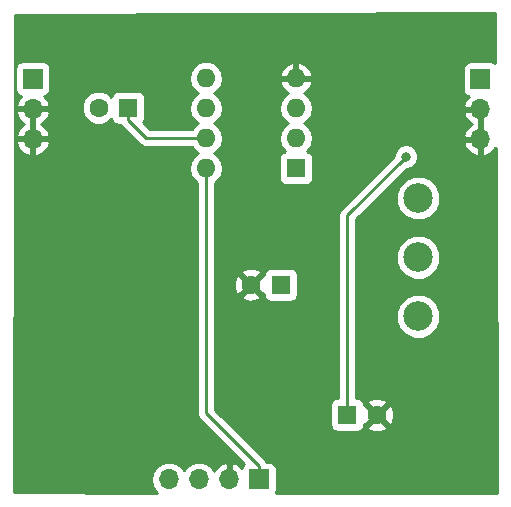
<source format=gbr>
G04 #@! TF.GenerationSoftware,KiCad,Pcbnew,(5.0.1-3-g963ef8bb5)*
G04 #@! TF.CreationDate,2018-12-13T09:38:25+09:00*
G04 #@! TF.ProjectId,guitarif,67756974617269662E6B696361645F70,rev?*
G04 #@! TF.SameCoordinates,Original*
G04 #@! TF.FileFunction,Copper,L2,Bot,Signal*
G04 #@! TF.FilePolarity,Positive*
%FSLAX46Y46*%
G04 Gerber Fmt 4.6, Leading zero omitted, Abs format (unit mm)*
G04 Created by KiCad (PCBNEW (5.0.1-3-g963ef8bb5)) date 2018 December 13, Thursday 09:38:25*
%MOMM*%
%LPD*%
G01*
G04 APERTURE LIST*
G04 #@! TA.AperFunction,ComponentPad*
%ADD10C,1.600000*%
G04 #@! TD*
G04 #@! TA.AperFunction,ComponentPad*
%ADD11R,1.600000X1.600000*%
G04 #@! TD*
G04 #@! TA.AperFunction,ComponentPad*
%ADD12O,1.700000X1.700000*%
G04 #@! TD*
G04 #@! TA.AperFunction,ComponentPad*
%ADD13R,1.700000X1.700000*%
G04 #@! TD*
G04 #@! TA.AperFunction,ComponentPad*
%ADD14C,2.500000*%
G04 #@! TD*
G04 #@! TA.AperFunction,ComponentPad*
%ADD15O,1.600000X1.600000*%
G04 #@! TD*
G04 #@! TA.AperFunction,ViaPad*
%ADD16C,0.800000*%
G04 #@! TD*
G04 #@! TA.AperFunction,Conductor*
%ADD17C,0.250000*%
G04 #@! TD*
G04 #@! TA.AperFunction,Conductor*
%ADD18C,0.254000*%
G04 #@! TD*
G04 APERTURE END LIST*
D10*
G04 #@! TO.P,C3,2*
G04 #@! TO.N,/GND*
X185840000Y-77900000D03*
D11*
G04 #@! TO.P,C3,1*
G04 #@! TO.N,Net-(C3-Pad1)*
X188340000Y-77900000D03*
G04 #@! TD*
G04 #@! TO.P,C7,1*
G04 #@! TO.N,Net-(C5-Pad2)*
X175420000Y-62920000D03*
D10*
G04 #@! TO.P,C7,2*
G04 #@! TO.N,Net-(C7-Pad2)*
X172920000Y-62920000D03*
G04 #@! TD*
G04 #@! TO.P,C11,2*
G04 #@! TO.N,/GND*
X196470000Y-88920000D03*
D11*
G04 #@! TO.P,C11,1*
G04 #@! TO.N,/1V7*
X193970000Y-88920000D03*
G04 #@! TD*
D12*
G04 #@! TO.P,J1,3*
G04 #@! TO.N,/GND*
X205250000Y-65580000D03*
G04 #@! TO.P,J1,2*
X205250000Y-63040000D03*
D13*
G04 #@! TO.P,J1,1*
G04 #@! TO.N,Net-(C2-Pad2)*
X205250000Y-60500000D03*
G04 #@! TD*
G04 #@! TO.P,J2,1*
G04 #@! TO.N,Net-(C7-Pad2)*
X167340000Y-60480000D03*
D12*
G04 #@! TO.P,J2,2*
G04 #@! TO.N,/GND*
X167340000Y-63020000D03*
G04 #@! TO.P,J2,3*
X167340000Y-65560000D03*
G04 #@! TD*
G04 #@! TO.P,J3,4*
G04 #@! TO.N,/DAC_OUT*
X178880000Y-94390000D03*
G04 #@! TO.P,J3,3*
G04 #@! TO.N,/ADC_IN*
X181420000Y-94390000D03*
G04 #@! TO.P,J3,2*
G04 #@! TO.N,/GND*
X183960000Y-94390000D03*
D13*
G04 #@! TO.P,J3,1*
G04 #@! TO.N,/3V3*
X186500000Y-94390000D03*
G04 #@! TD*
D14*
G04 #@! TO.P,RV1,1*
G04 #@! TO.N,Net-(C8-Pad2)*
X199980000Y-70580000D03*
G04 #@! TO.P,RV1,3*
G04 #@! TO.N,Net-(R6-Pad1)*
X199980000Y-80580000D03*
G04 #@! TO.P,RV1,2*
G04 #@! TO.N,Net-(C8-Pad2)*
X199980000Y-75580000D03*
G04 #@! TD*
D15*
G04 #@! TO.P,U1,8*
G04 #@! TO.N,/3V3*
X182010000Y-68040000D03*
G04 #@! TO.P,U1,4*
G04 #@! TO.N,/GND*
X189630000Y-60420000D03*
G04 #@! TO.P,U1,7*
G04 #@! TO.N,Net-(C5-Pad2)*
X182010000Y-65500000D03*
G04 #@! TO.P,U1,3*
G04 #@! TO.N,Net-(C6-Pad2)*
X189630000Y-62960000D03*
G04 #@! TO.P,U1,6*
G04 #@! TO.N,Net-(C5-Pad2)*
X182010000Y-62960000D03*
G04 #@! TO.P,U1,2*
G04 #@! TO.N,Net-(C8-Pad2)*
X189630000Y-65500000D03*
G04 #@! TO.P,U1,5*
G04 #@! TO.N,Net-(C4-Pad2)*
X182010000Y-60420000D03*
D11*
G04 #@! TO.P,U1,1*
G04 #@! TO.N,Net-(C8-Pad1)*
X189630000Y-68040000D03*
G04 #@! TD*
D16*
G04 #@! TO.N,/1V7*
X198950000Y-67060000D03*
G04 #@! TD*
D17*
G04 #@! TO.N,Net-(C5-Pad2)*
X175420000Y-63970000D02*
X175420000Y-62920000D01*
X176950000Y-65500000D02*
X175420000Y-63970000D01*
X182010000Y-65500000D02*
X176950000Y-65500000D01*
G04 #@! TO.N,/3V3*
X182010000Y-69171370D02*
X182010000Y-68040000D01*
X182010000Y-88800000D02*
X182010000Y-69171370D01*
X186500000Y-93290000D02*
X182010000Y-88800000D01*
X186500000Y-94390000D02*
X186500000Y-93290000D01*
G04 #@! TO.N,/1V7*
X193970000Y-72040000D02*
X193970000Y-88920000D01*
X198950000Y-67060000D02*
X193970000Y-72040000D01*
G04 #@! TD*
D18*
G04 #@! TO.N,/GND*
G36*
X206494269Y-59149735D02*
X206347765Y-59051843D01*
X206100000Y-59002560D01*
X204400000Y-59002560D01*
X204152235Y-59051843D01*
X203942191Y-59192191D01*
X203801843Y-59402235D01*
X203752560Y-59650000D01*
X203752560Y-61350000D01*
X203801843Y-61597765D01*
X203942191Y-61807809D01*
X204152235Y-61948157D01*
X204255708Y-61968739D01*
X203978355Y-62273076D01*
X203808524Y-62683110D01*
X203929845Y-62913000D01*
X205123000Y-62913000D01*
X205123000Y-62893000D01*
X205377000Y-62893000D01*
X205377000Y-62913000D01*
X205397000Y-62913000D01*
X205397000Y-63167000D01*
X205377000Y-63167000D01*
X205377000Y-65453000D01*
X205397000Y-65453000D01*
X205397000Y-65707000D01*
X205377000Y-65707000D01*
X205377000Y-66900819D01*
X205606892Y-67021486D01*
X206131358Y-66775183D01*
X206521645Y-66346924D01*
X206529372Y-66328268D01*
X206672376Y-95572689D01*
X187921822Y-95527178D01*
X187948157Y-95487765D01*
X187997440Y-95240000D01*
X187997440Y-93540000D01*
X187948157Y-93292235D01*
X187807809Y-93082191D01*
X187597765Y-92941843D01*
X187350000Y-92892560D01*
X187148483Y-92892560D01*
X187047929Y-92742071D01*
X186984473Y-92699671D01*
X182770000Y-88485199D01*
X182770000Y-88120000D01*
X192522560Y-88120000D01*
X192522560Y-89720000D01*
X192571843Y-89967765D01*
X192712191Y-90177809D01*
X192922235Y-90318157D01*
X193170000Y-90367440D01*
X194770000Y-90367440D01*
X195017765Y-90318157D01*
X195227809Y-90177809D01*
X195368157Y-89967765D01*
X195376117Y-89927745D01*
X195641861Y-89927745D01*
X195715995Y-90173864D01*
X196253223Y-90366965D01*
X196823454Y-90339778D01*
X197224005Y-90173864D01*
X197298139Y-89927745D01*
X196470000Y-89099605D01*
X195641861Y-89927745D01*
X195376117Y-89927745D01*
X195414693Y-89733813D01*
X195462255Y-89748139D01*
X196290395Y-88920000D01*
X196649605Y-88920000D01*
X197477745Y-89748139D01*
X197723864Y-89674005D01*
X197916965Y-89136777D01*
X197889778Y-88566546D01*
X197723864Y-88165995D01*
X197477745Y-88091861D01*
X196649605Y-88920000D01*
X196290395Y-88920000D01*
X195462255Y-88091861D01*
X195414693Y-88106187D01*
X195376118Y-87912255D01*
X195641861Y-87912255D01*
X196470000Y-88740395D01*
X197298139Y-87912255D01*
X197224005Y-87666136D01*
X196686777Y-87473035D01*
X196116546Y-87500222D01*
X195715995Y-87666136D01*
X195641861Y-87912255D01*
X195376118Y-87912255D01*
X195368157Y-87872235D01*
X195227809Y-87662191D01*
X195017765Y-87521843D01*
X194770000Y-87472560D01*
X194730000Y-87472560D01*
X194730000Y-80205050D01*
X198095000Y-80205050D01*
X198095000Y-80954950D01*
X198381974Y-81647767D01*
X198912233Y-82178026D01*
X199605050Y-82465000D01*
X200354950Y-82465000D01*
X201047767Y-82178026D01*
X201578026Y-81647767D01*
X201865000Y-80954950D01*
X201865000Y-80205050D01*
X201578026Y-79512233D01*
X201047767Y-78981974D01*
X200354950Y-78695000D01*
X199605050Y-78695000D01*
X198912233Y-78981974D01*
X198381974Y-79512233D01*
X198095000Y-80205050D01*
X194730000Y-80205050D01*
X194730000Y-75205050D01*
X198095000Y-75205050D01*
X198095000Y-75954950D01*
X198381974Y-76647767D01*
X198912233Y-77178026D01*
X199605050Y-77465000D01*
X200354950Y-77465000D01*
X201047767Y-77178026D01*
X201578026Y-76647767D01*
X201865000Y-75954950D01*
X201865000Y-75205050D01*
X201578026Y-74512233D01*
X201047767Y-73981974D01*
X200354950Y-73695000D01*
X199605050Y-73695000D01*
X198912233Y-73981974D01*
X198381974Y-74512233D01*
X198095000Y-75205050D01*
X194730000Y-75205050D01*
X194730000Y-72354801D01*
X196879751Y-70205050D01*
X198095000Y-70205050D01*
X198095000Y-70954950D01*
X198381974Y-71647767D01*
X198912233Y-72178026D01*
X199605050Y-72465000D01*
X200354950Y-72465000D01*
X201047767Y-72178026D01*
X201578026Y-71647767D01*
X201865000Y-70954950D01*
X201865000Y-70205050D01*
X201578026Y-69512233D01*
X201047767Y-68981974D01*
X200354950Y-68695000D01*
X199605050Y-68695000D01*
X198912233Y-68981974D01*
X198381974Y-69512233D01*
X198095000Y-70205050D01*
X196879751Y-70205050D01*
X198989802Y-68095000D01*
X199155874Y-68095000D01*
X199536280Y-67937431D01*
X199827431Y-67646280D01*
X199985000Y-67265874D01*
X199985000Y-66854126D01*
X199827431Y-66473720D01*
X199536280Y-66182569D01*
X199155874Y-66025000D01*
X198744126Y-66025000D01*
X198363720Y-66182569D01*
X198072569Y-66473720D01*
X197915000Y-66854126D01*
X197915000Y-67020198D01*
X193485530Y-71449669D01*
X193422071Y-71492071D01*
X193254096Y-71743464D01*
X193210000Y-71965149D01*
X193210000Y-71965153D01*
X193195112Y-72040000D01*
X193210000Y-72114847D01*
X193210001Y-87472560D01*
X193170000Y-87472560D01*
X192922235Y-87521843D01*
X192712191Y-87662191D01*
X192571843Y-87872235D01*
X192522560Y-88120000D01*
X182770000Y-88120000D01*
X182770000Y-78907745D01*
X185011861Y-78907745D01*
X185085995Y-79153864D01*
X185623223Y-79346965D01*
X186193454Y-79319778D01*
X186594005Y-79153864D01*
X186668139Y-78907745D01*
X185840000Y-78079605D01*
X185011861Y-78907745D01*
X182770000Y-78907745D01*
X182770000Y-77683223D01*
X184393035Y-77683223D01*
X184420222Y-78253454D01*
X184586136Y-78654005D01*
X184832255Y-78728139D01*
X185660395Y-77900000D01*
X186019605Y-77900000D01*
X186847745Y-78728139D01*
X186895307Y-78713813D01*
X186941843Y-78947765D01*
X187082191Y-79157809D01*
X187292235Y-79298157D01*
X187540000Y-79347440D01*
X189140000Y-79347440D01*
X189387765Y-79298157D01*
X189597809Y-79157809D01*
X189738157Y-78947765D01*
X189787440Y-78700000D01*
X189787440Y-77100000D01*
X189738157Y-76852235D01*
X189597809Y-76642191D01*
X189387765Y-76501843D01*
X189140000Y-76452560D01*
X187540000Y-76452560D01*
X187292235Y-76501843D01*
X187082191Y-76642191D01*
X186941843Y-76852235D01*
X186895307Y-77086187D01*
X186847745Y-77071861D01*
X186019605Y-77900000D01*
X185660395Y-77900000D01*
X184832255Y-77071861D01*
X184586136Y-77145995D01*
X184393035Y-77683223D01*
X182770000Y-77683223D01*
X182770000Y-76892255D01*
X185011861Y-76892255D01*
X185840000Y-77720395D01*
X186668139Y-76892255D01*
X186594005Y-76646136D01*
X186056777Y-76453035D01*
X185486546Y-76480222D01*
X185085995Y-76646136D01*
X185011861Y-76892255D01*
X182770000Y-76892255D01*
X182770000Y-69258043D01*
X183044577Y-69074577D01*
X183361740Y-68599909D01*
X183473113Y-68040000D01*
X183361740Y-67480091D01*
X183044577Y-67005423D01*
X182692242Y-66770000D01*
X183044577Y-66534577D01*
X183361740Y-66059909D01*
X183473113Y-65500000D01*
X183361740Y-64940091D01*
X183044577Y-64465423D01*
X182692242Y-64230000D01*
X183044577Y-63994577D01*
X183361740Y-63519909D01*
X183473113Y-62960000D01*
X188166887Y-62960000D01*
X188278260Y-63519909D01*
X188595423Y-63994577D01*
X188947758Y-64230000D01*
X188595423Y-64465423D01*
X188278260Y-64940091D01*
X188166887Y-65500000D01*
X188278260Y-66059909D01*
X188595423Y-66534577D01*
X188716106Y-66615215D01*
X188582235Y-66641843D01*
X188372191Y-66782191D01*
X188231843Y-66992235D01*
X188182560Y-67240000D01*
X188182560Y-68840000D01*
X188231843Y-69087765D01*
X188372191Y-69297809D01*
X188582235Y-69438157D01*
X188830000Y-69487440D01*
X190430000Y-69487440D01*
X190677765Y-69438157D01*
X190887809Y-69297809D01*
X191028157Y-69087765D01*
X191077440Y-68840000D01*
X191077440Y-67240000D01*
X191028157Y-66992235D01*
X190887809Y-66782191D01*
X190677765Y-66641843D01*
X190543894Y-66615215D01*
X190664577Y-66534577D01*
X190981740Y-66059909D01*
X191006210Y-65936890D01*
X203808524Y-65936890D01*
X203978355Y-66346924D01*
X204368642Y-66775183D01*
X204893108Y-67021486D01*
X205123000Y-66900819D01*
X205123000Y-65707000D01*
X203929845Y-65707000D01*
X203808524Y-65936890D01*
X191006210Y-65936890D01*
X191093113Y-65500000D01*
X190981740Y-64940091D01*
X190664577Y-64465423D01*
X190312242Y-64230000D01*
X190664577Y-63994577D01*
X190981740Y-63519909D01*
X191006210Y-63396890D01*
X203808524Y-63396890D01*
X203978355Y-63806924D01*
X204368642Y-64235183D01*
X204527954Y-64310000D01*
X204368642Y-64384817D01*
X203978355Y-64813076D01*
X203808524Y-65223110D01*
X203929845Y-65453000D01*
X205123000Y-65453000D01*
X205123000Y-63167000D01*
X203929845Y-63167000D01*
X203808524Y-63396890D01*
X191006210Y-63396890D01*
X191093113Y-62960000D01*
X190981740Y-62400091D01*
X190664577Y-61925423D01*
X190280892Y-61669053D01*
X190485134Y-61572389D01*
X190861041Y-61157423D01*
X191021904Y-60769039D01*
X190899915Y-60547000D01*
X189757000Y-60547000D01*
X189757000Y-60567000D01*
X189503000Y-60567000D01*
X189503000Y-60547000D01*
X188360085Y-60547000D01*
X188238096Y-60769039D01*
X188398959Y-61157423D01*
X188774866Y-61572389D01*
X188979108Y-61669053D01*
X188595423Y-61925423D01*
X188278260Y-62400091D01*
X188166887Y-62960000D01*
X183473113Y-62960000D01*
X183361740Y-62400091D01*
X183044577Y-61925423D01*
X182692242Y-61690000D01*
X183044577Y-61454577D01*
X183361740Y-60979909D01*
X183473113Y-60420000D01*
X183403685Y-60070961D01*
X188238096Y-60070961D01*
X188360085Y-60293000D01*
X189503000Y-60293000D01*
X189503000Y-59149371D01*
X189757000Y-59149371D01*
X189757000Y-60293000D01*
X190899915Y-60293000D01*
X191021904Y-60070961D01*
X190861041Y-59682577D01*
X190485134Y-59267611D01*
X189979041Y-59028086D01*
X189757000Y-59149371D01*
X189503000Y-59149371D01*
X189280959Y-59028086D01*
X188774866Y-59267611D01*
X188398959Y-59682577D01*
X188238096Y-60070961D01*
X183403685Y-60070961D01*
X183361740Y-59860091D01*
X183044577Y-59385423D01*
X182569909Y-59068260D01*
X182151333Y-58985000D01*
X181868667Y-58985000D01*
X181450091Y-59068260D01*
X180975423Y-59385423D01*
X180658260Y-59860091D01*
X180546887Y-60420000D01*
X180658260Y-60979909D01*
X180975423Y-61454577D01*
X181327758Y-61690000D01*
X180975423Y-61925423D01*
X180658260Y-62400091D01*
X180546887Y-62960000D01*
X180658260Y-63519909D01*
X180975423Y-63994577D01*
X181327758Y-64230000D01*
X180975423Y-64465423D01*
X180791957Y-64740000D01*
X177264802Y-64740000D01*
X176687743Y-64162942D01*
X176818157Y-63967765D01*
X176867440Y-63720000D01*
X176867440Y-62120000D01*
X176818157Y-61872235D01*
X176677809Y-61662191D01*
X176467765Y-61521843D01*
X176220000Y-61472560D01*
X174620000Y-61472560D01*
X174372235Y-61521843D01*
X174162191Y-61662191D01*
X174021843Y-61872235D01*
X174001899Y-61972503D01*
X173732862Y-61703466D01*
X173205439Y-61485000D01*
X172634561Y-61485000D01*
X172107138Y-61703466D01*
X171703466Y-62107138D01*
X171485000Y-62634561D01*
X171485000Y-63205439D01*
X171703466Y-63732862D01*
X172107138Y-64136534D01*
X172634561Y-64355000D01*
X173205439Y-64355000D01*
X173732862Y-64136534D01*
X174001899Y-63867497D01*
X174021843Y-63967765D01*
X174162191Y-64177809D01*
X174372235Y-64318157D01*
X174620000Y-64367440D01*
X174771518Y-64367440D01*
X174872071Y-64517929D01*
X174935530Y-64560331D01*
X176359671Y-65984473D01*
X176402071Y-66047929D01*
X176465527Y-66090329D01*
X176653462Y-66215904D01*
X176701605Y-66225480D01*
X176875148Y-66260000D01*
X176875152Y-66260000D01*
X176950000Y-66274888D01*
X177024848Y-66260000D01*
X180791957Y-66260000D01*
X180975423Y-66534577D01*
X181327758Y-66770000D01*
X180975423Y-67005423D01*
X180658260Y-67480091D01*
X180546887Y-68040000D01*
X180658260Y-68599909D01*
X180975423Y-69074577D01*
X181250001Y-69258044D01*
X181250000Y-88725153D01*
X181235112Y-88800000D01*
X181250000Y-88874847D01*
X181250000Y-88874851D01*
X181294096Y-89096536D01*
X181462071Y-89347929D01*
X181525530Y-89390331D01*
X185207296Y-93072098D01*
X185192191Y-93082191D01*
X185051843Y-93292235D01*
X185031261Y-93395708D01*
X184726924Y-93118355D01*
X184316890Y-92948524D01*
X184087000Y-93069845D01*
X184087000Y-94263000D01*
X184107000Y-94263000D01*
X184107000Y-94517000D01*
X184087000Y-94517000D01*
X184087000Y-94537000D01*
X183833000Y-94537000D01*
X183833000Y-94517000D01*
X183813000Y-94517000D01*
X183813000Y-94263000D01*
X183833000Y-94263000D01*
X183833000Y-93069845D01*
X183603110Y-92948524D01*
X183193076Y-93118355D01*
X182764817Y-93508642D01*
X182703843Y-93638478D01*
X182490625Y-93319375D01*
X181999418Y-92991161D01*
X181566256Y-92905000D01*
X181273744Y-92905000D01*
X180840582Y-92991161D01*
X180349375Y-93319375D01*
X180150000Y-93617761D01*
X179950625Y-93319375D01*
X179459418Y-92991161D01*
X179026256Y-92905000D01*
X178733744Y-92905000D01*
X178300582Y-92991161D01*
X177809375Y-93319375D01*
X177481161Y-93810582D01*
X177365908Y-94390000D01*
X177481161Y-94969418D01*
X177809375Y-95460625D01*
X177872474Y-95502786D01*
X165727312Y-95473308D01*
X165799931Y-65916890D01*
X165898524Y-65916890D01*
X166068355Y-66326924D01*
X166458642Y-66755183D01*
X166983108Y-67001486D01*
X167213000Y-66880819D01*
X167213000Y-65687000D01*
X167467000Y-65687000D01*
X167467000Y-66880819D01*
X167696892Y-67001486D01*
X168221358Y-66755183D01*
X168611645Y-66326924D01*
X168781476Y-65916890D01*
X168660155Y-65687000D01*
X167467000Y-65687000D01*
X167213000Y-65687000D01*
X166019845Y-65687000D01*
X165898524Y-65916890D01*
X165799931Y-65916890D01*
X165806171Y-63376890D01*
X165898524Y-63376890D01*
X166068355Y-63786924D01*
X166458642Y-64215183D01*
X166617954Y-64290000D01*
X166458642Y-64364817D01*
X166068355Y-64793076D01*
X165898524Y-65203110D01*
X166019845Y-65433000D01*
X167213000Y-65433000D01*
X167213000Y-63147000D01*
X167467000Y-63147000D01*
X167467000Y-65433000D01*
X168660155Y-65433000D01*
X168781476Y-65203110D01*
X168611645Y-64793076D01*
X168221358Y-64364817D01*
X168062046Y-64290000D01*
X168221358Y-64215183D01*
X168611645Y-63786924D01*
X168781476Y-63376890D01*
X168660155Y-63147000D01*
X167467000Y-63147000D01*
X167213000Y-63147000D01*
X166019845Y-63147000D01*
X165898524Y-63376890D01*
X165806171Y-63376890D01*
X165815378Y-59630000D01*
X165842560Y-59630000D01*
X165842560Y-61330000D01*
X165891843Y-61577765D01*
X166032191Y-61787809D01*
X166242235Y-61928157D01*
X166345708Y-61948739D01*
X166068355Y-62253076D01*
X165898524Y-62663110D01*
X166019845Y-62893000D01*
X167213000Y-62893000D01*
X167213000Y-62873000D01*
X167467000Y-62873000D01*
X167467000Y-62893000D01*
X168660155Y-62893000D01*
X168781476Y-62663110D01*
X168611645Y-62253076D01*
X168334292Y-61948739D01*
X168437765Y-61928157D01*
X168647809Y-61787809D01*
X168788157Y-61577765D01*
X168837440Y-61330000D01*
X168837440Y-59630000D01*
X168788157Y-59382235D01*
X168647809Y-59172191D01*
X168437765Y-59031843D01*
X168190000Y-58982560D01*
X166490000Y-58982560D01*
X166242235Y-59031843D01*
X166032191Y-59172191D01*
X165891843Y-59382235D01*
X165842560Y-59630000D01*
X165815378Y-59630000D01*
X165826689Y-55026691D01*
X206473622Y-54927310D01*
X206494269Y-59149735D01*
X206494269Y-59149735D01*
G37*
X206494269Y-59149735D02*
X206347765Y-59051843D01*
X206100000Y-59002560D01*
X204400000Y-59002560D01*
X204152235Y-59051843D01*
X203942191Y-59192191D01*
X203801843Y-59402235D01*
X203752560Y-59650000D01*
X203752560Y-61350000D01*
X203801843Y-61597765D01*
X203942191Y-61807809D01*
X204152235Y-61948157D01*
X204255708Y-61968739D01*
X203978355Y-62273076D01*
X203808524Y-62683110D01*
X203929845Y-62913000D01*
X205123000Y-62913000D01*
X205123000Y-62893000D01*
X205377000Y-62893000D01*
X205377000Y-62913000D01*
X205397000Y-62913000D01*
X205397000Y-63167000D01*
X205377000Y-63167000D01*
X205377000Y-65453000D01*
X205397000Y-65453000D01*
X205397000Y-65707000D01*
X205377000Y-65707000D01*
X205377000Y-66900819D01*
X205606892Y-67021486D01*
X206131358Y-66775183D01*
X206521645Y-66346924D01*
X206529372Y-66328268D01*
X206672376Y-95572689D01*
X187921822Y-95527178D01*
X187948157Y-95487765D01*
X187997440Y-95240000D01*
X187997440Y-93540000D01*
X187948157Y-93292235D01*
X187807809Y-93082191D01*
X187597765Y-92941843D01*
X187350000Y-92892560D01*
X187148483Y-92892560D01*
X187047929Y-92742071D01*
X186984473Y-92699671D01*
X182770000Y-88485199D01*
X182770000Y-88120000D01*
X192522560Y-88120000D01*
X192522560Y-89720000D01*
X192571843Y-89967765D01*
X192712191Y-90177809D01*
X192922235Y-90318157D01*
X193170000Y-90367440D01*
X194770000Y-90367440D01*
X195017765Y-90318157D01*
X195227809Y-90177809D01*
X195368157Y-89967765D01*
X195376117Y-89927745D01*
X195641861Y-89927745D01*
X195715995Y-90173864D01*
X196253223Y-90366965D01*
X196823454Y-90339778D01*
X197224005Y-90173864D01*
X197298139Y-89927745D01*
X196470000Y-89099605D01*
X195641861Y-89927745D01*
X195376117Y-89927745D01*
X195414693Y-89733813D01*
X195462255Y-89748139D01*
X196290395Y-88920000D01*
X196649605Y-88920000D01*
X197477745Y-89748139D01*
X197723864Y-89674005D01*
X197916965Y-89136777D01*
X197889778Y-88566546D01*
X197723864Y-88165995D01*
X197477745Y-88091861D01*
X196649605Y-88920000D01*
X196290395Y-88920000D01*
X195462255Y-88091861D01*
X195414693Y-88106187D01*
X195376118Y-87912255D01*
X195641861Y-87912255D01*
X196470000Y-88740395D01*
X197298139Y-87912255D01*
X197224005Y-87666136D01*
X196686777Y-87473035D01*
X196116546Y-87500222D01*
X195715995Y-87666136D01*
X195641861Y-87912255D01*
X195376118Y-87912255D01*
X195368157Y-87872235D01*
X195227809Y-87662191D01*
X195017765Y-87521843D01*
X194770000Y-87472560D01*
X194730000Y-87472560D01*
X194730000Y-80205050D01*
X198095000Y-80205050D01*
X198095000Y-80954950D01*
X198381974Y-81647767D01*
X198912233Y-82178026D01*
X199605050Y-82465000D01*
X200354950Y-82465000D01*
X201047767Y-82178026D01*
X201578026Y-81647767D01*
X201865000Y-80954950D01*
X201865000Y-80205050D01*
X201578026Y-79512233D01*
X201047767Y-78981974D01*
X200354950Y-78695000D01*
X199605050Y-78695000D01*
X198912233Y-78981974D01*
X198381974Y-79512233D01*
X198095000Y-80205050D01*
X194730000Y-80205050D01*
X194730000Y-75205050D01*
X198095000Y-75205050D01*
X198095000Y-75954950D01*
X198381974Y-76647767D01*
X198912233Y-77178026D01*
X199605050Y-77465000D01*
X200354950Y-77465000D01*
X201047767Y-77178026D01*
X201578026Y-76647767D01*
X201865000Y-75954950D01*
X201865000Y-75205050D01*
X201578026Y-74512233D01*
X201047767Y-73981974D01*
X200354950Y-73695000D01*
X199605050Y-73695000D01*
X198912233Y-73981974D01*
X198381974Y-74512233D01*
X198095000Y-75205050D01*
X194730000Y-75205050D01*
X194730000Y-72354801D01*
X196879751Y-70205050D01*
X198095000Y-70205050D01*
X198095000Y-70954950D01*
X198381974Y-71647767D01*
X198912233Y-72178026D01*
X199605050Y-72465000D01*
X200354950Y-72465000D01*
X201047767Y-72178026D01*
X201578026Y-71647767D01*
X201865000Y-70954950D01*
X201865000Y-70205050D01*
X201578026Y-69512233D01*
X201047767Y-68981974D01*
X200354950Y-68695000D01*
X199605050Y-68695000D01*
X198912233Y-68981974D01*
X198381974Y-69512233D01*
X198095000Y-70205050D01*
X196879751Y-70205050D01*
X198989802Y-68095000D01*
X199155874Y-68095000D01*
X199536280Y-67937431D01*
X199827431Y-67646280D01*
X199985000Y-67265874D01*
X199985000Y-66854126D01*
X199827431Y-66473720D01*
X199536280Y-66182569D01*
X199155874Y-66025000D01*
X198744126Y-66025000D01*
X198363720Y-66182569D01*
X198072569Y-66473720D01*
X197915000Y-66854126D01*
X197915000Y-67020198D01*
X193485530Y-71449669D01*
X193422071Y-71492071D01*
X193254096Y-71743464D01*
X193210000Y-71965149D01*
X193210000Y-71965153D01*
X193195112Y-72040000D01*
X193210000Y-72114847D01*
X193210001Y-87472560D01*
X193170000Y-87472560D01*
X192922235Y-87521843D01*
X192712191Y-87662191D01*
X192571843Y-87872235D01*
X192522560Y-88120000D01*
X182770000Y-88120000D01*
X182770000Y-78907745D01*
X185011861Y-78907745D01*
X185085995Y-79153864D01*
X185623223Y-79346965D01*
X186193454Y-79319778D01*
X186594005Y-79153864D01*
X186668139Y-78907745D01*
X185840000Y-78079605D01*
X185011861Y-78907745D01*
X182770000Y-78907745D01*
X182770000Y-77683223D01*
X184393035Y-77683223D01*
X184420222Y-78253454D01*
X184586136Y-78654005D01*
X184832255Y-78728139D01*
X185660395Y-77900000D01*
X186019605Y-77900000D01*
X186847745Y-78728139D01*
X186895307Y-78713813D01*
X186941843Y-78947765D01*
X187082191Y-79157809D01*
X187292235Y-79298157D01*
X187540000Y-79347440D01*
X189140000Y-79347440D01*
X189387765Y-79298157D01*
X189597809Y-79157809D01*
X189738157Y-78947765D01*
X189787440Y-78700000D01*
X189787440Y-77100000D01*
X189738157Y-76852235D01*
X189597809Y-76642191D01*
X189387765Y-76501843D01*
X189140000Y-76452560D01*
X187540000Y-76452560D01*
X187292235Y-76501843D01*
X187082191Y-76642191D01*
X186941843Y-76852235D01*
X186895307Y-77086187D01*
X186847745Y-77071861D01*
X186019605Y-77900000D01*
X185660395Y-77900000D01*
X184832255Y-77071861D01*
X184586136Y-77145995D01*
X184393035Y-77683223D01*
X182770000Y-77683223D01*
X182770000Y-76892255D01*
X185011861Y-76892255D01*
X185840000Y-77720395D01*
X186668139Y-76892255D01*
X186594005Y-76646136D01*
X186056777Y-76453035D01*
X185486546Y-76480222D01*
X185085995Y-76646136D01*
X185011861Y-76892255D01*
X182770000Y-76892255D01*
X182770000Y-69258043D01*
X183044577Y-69074577D01*
X183361740Y-68599909D01*
X183473113Y-68040000D01*
X183361740Y-67480091D01*
X183044577Y-67005423D01*
X182692242Y-66770000D01*
X183044577Y-66534577D01*
X183361740Y-66059909D01*
X183473113Y-65500000D01*
X183361740Y-64940091D01*
X183044577Y-64465423D01*
X182692242Y-64230000D01*
X183044577Y-63994577D01*
X183361740Y-63519909D01*
X183473113Y-62960000D01*
X188166887Y-62960000D01*
X188278260Y-63519909D01*
X188595423Y-63994577D01*
X188947758Y-64230000D01*
X188595423Y-64465423D01*
X188278260Y-64940091D01*
X188166887Y-65500000D01*
X188278260Y-66059909D01*
X188595423Y-66534577D01*
X188716106Y-66615215D01*
X188582235Y-66641843D01*
X188372191Y-66782191D01*
X188231843Y-66992235D01*
X188182560Y-67240000D01*
X188182560Y-68840000D01*
X188231843Y-69087765D01*
X188372191Y-69297809D01*
X188582235Y-69438157D01*
X188830000Y-69487440D01*
X190430000Y-69487440D01*
X190677765Y-69438157D01*
X190887809Y-69297809D01*
X191028157Y-69087765D01*
X191077440Y-68840000D01*
X191077440Y-67240000D01*
X191028157Y-66992235D01*
X190887809Y-66782191D01*
X190677765Y-66641843D01*
X190543894Y-66615215D01*
X190664577Y-66534577D01*
X190981740Y-66059909D01*
X191006210Y-65936890D01*
X203808524Y-65936890D01*
X203978355Y-66346924D01*
X204368642Y-66775183D01*
X204893108Y-67021486D01*
X205123000Y-66900819D01*
X205123000Y-65707000D01*
X203929845Y-65707000D01*
X203808524Y-65936890D01*
X191006210Y-65936890D01*
X191093113Y-65500000D01*
X190981740Y-64940091D01*
X190664577Y-64465423D01*
X190312242Y-64230000D01*
X190664577Y-63994577D01*
X190981740Y-63519909D01*
X191006210Y-63396890D01*
X203808524Y-63396890D01*
X203978355Y-63806924D01*
X204368642Y-64235183D01*
X204527954Y-64310000D01*
X204368642Y-64384817D01*
X203978355Y-64813076D01*
X203808524Y-65223110D01*
X203929845Y-65453000D01*
X205123000Y-65453000D01*
X205123000Y-63167000D01*
X203929845Y-63167000D01*
X203808524Y-63396890D01*
X191006210Y-63396890D01*
X191093113Y-62960000D01*
X190981740Y-62400091D01*
X190664577Y-61925423D01*
X190280892Y-61669053D01*
X190485134Y-61572389D01*
X190861041Y-61157423D01*
X191021904Y-60769039D01*
X190899915Y-60547000D01*
X189757000Y-60547000D01*
X189757000Y-60567000D01*
X189503000Y-60567000D01*
X189503000Y-60547000D01*
X188360085Y-60547000D01*
X188238096Y-60769039D01*
X188398959Y-61157423D01*
X188774866Y-61572389D01*
X188979108Y-61669053D01*
X188595423Y-61925423D01*
X188278260Y-62400091D01*
X188166887Y-62960000D01*
X183473113Y-62960000D01*
X183361740Y-62400091D01*
X183044577Y-61925423D01*
X182692242Y-61690000D01*
X183044577Y-61454577D01*
X183361740Y-60979909D01*
X183473113Y-60420000D01*
X183403685Y-60070961D01*
X188238096Y-60070961D01*
X188360085Y-60293000D01*
X189503000Y-60293000D01*
X189503000Y-59149371D01*
X189757000Y-59149371D01*
X189757000Y-60293000D01*
X190899915Y-60293000D01*
X191021904Y-60070961D01*
X190861041Y-59682577D01*
X190485134Y-59267611D01*
X189979041Y-59028086D01*
X189757000Y-59149371D01*
X189503000Y-59149371D01*
X189280959Y-59028086D01*
X188774866Y-59267611D01*
X188398959Y-59682577D01*
X188238096Y-60070961D01*
X183403685Y-60070961D01*
X183361740Y-59860091D01*
X183044577Y-59385423D01*
X182569909Y-59068260D01*
X182151333Y-58985000D01*
X181868667Y-58985000D01*
X181450091Y-59068260D01*
X180975423Y-59385423D01*
X180658260Y-59860091D01*
X180546887Y-60420000D01*
X180658260Y-60979909D01*
X180975423Y-61454577D01*
X181327758Y-61690000D01*
X180975423Y-61925423D01*
X180658260Y-62400091D01*
X180546887Y-62960000D01*
X180658260Y-63519909D01*
X180975423Y-63994577D01*
X181327758Y-64230000D01*
X180975423Y-64465423D01*
X180791957Y-64740000D01*
X177264802Y-64740000D01*
X176687743Y-64162942D01*
X176818157Y-63967765D01*
X176867440Y-63720000D01*
X176867440Y-62120000D01*
X176818157Y-61872235D01*
X176677809Y-61662191D01*
X176467765Y-61521843D01*
X176220000Y-61472560D01*
X174620000Y-61472560D01*
X174372235Y-61521843D01*
X174162191Y-61662191D01*
X174021843Y-61872235D01*
X174001899Y-61972503D01*
X173732862Y-61703466D01*
X173205439Y-61485000D01*
X172634561Y-61485000D01*
X172107138Y-61703466D01*
X171703466Y-62107138D01*
X171485000Y-62634561D01*
X171485000Y-63205439D01*
X171703466Y-63732862D01*
X172107138Y-64136534D01*
X172634561Y-64355000D01*
X173205439Y-64355000D01*
X173732862Y-64136534D01*
X174001899Y-63867497D01*
X174021843Y-63967765D01*
X174162191Y-64177809D01*
X174372235Y-64318157D01*
X174620000Y-64367440D01*
X174771518Y-64367440D01*
X174872071Y-64517929D01*
X174935530Y-64560331D01*
X176359671Y-65984473D01*
X176402071Y-66047929D01*
X176465527Y-66090329D01*
X176653462Y-66215904D01*
X176701605Y-66225480D01*
X176875148Y-66260000D01*
X176875152Y-66260000D01*
X176950000Y-66274888D01*
X177024848Y-66260000D01*
X180791957Y-66260000D01*
X180975423Y-66534577D01*
X181327758Y-66770000D01*
X180975423Y-67005423D01*
X180658260Y-67480091D01*
X180546887Y-68040000D01*
X180658260Y-68599909D01*
X180975423Y-69074577D01*
X181250001Y-69258044D01*
X181250000Y-88725153D01*
X181235112Y-88800000D01*
X181250000Y-88874847D01*
X181250000Y-88874851D01*
X181294096Y-89096536D01*
X181462071Y-89347929D01*
X181525530Y-89390331D01*
X185207296Y-93072098D01*
X185192191Y-93082191D01*
X185051843Y-93292235D01*
X185031261Y-93395708D01*
X184726924Y-93118355D01*
X184316890Y-92948524D01*
X184087000Y-93069845D01*
X184087000Y-94263000D01*
X184107000Y-94263000D01*
X184107000Y-94517000D01*
X184087000Y-94517000D01*
X184087000Y-94537000D01*
X183833000Y-94537000D01*
X183833000Y-94517000D01*
X183813000Y-94517000D01*
X183813000Y-94263000D01*
X183833000Y-94263000D01*
X183833000Y-93069845D01*
X183603110Y-92948524D01*
X183193076Y-93118355D01*
X182764817Y-93508642D01*
X182703843Y-93638478D01*
X182490625Y-93319375D01*
X181999418Y-92991161D01*
X181566256Y-92905000D01*
X181273744Y-92905000D01*
X180840582Y-92991161D01*
X180349375Y-93319375D01*
X180150000Y-93617761D01*
X179950625Y-93319375D01*
X179459418Y-92991161D01*
X179026256Y-92905000D01*
X178733744Y-92905000D01*
X178300582Y-92991161D01*
X177809375Y-93319375D01*
X177481161Y-93810582D01*
X177365908Y-94390000D01*
X177481161Y-94969418D01*
X177809375Y-95460625D01*
X177872474Y-95502786D01*
X165727312Y-95473308D01*
X165799931Y-65916890D01*
X165898524Y-65916890D01*
X166068355Y-66326924D01*
X166458642Y-66755183D01*
X166983108Y-67001486D01*
X167213000Y-66880819D01*
X167213000Y-65687000D01*
X167467000Y-65687000D01*
X167467000Y-66880819D01*
X167696892Y-67001486D01*
X168221358Y-66755183D01*
X168611645Y-66326924D01*
X168781476Y-65916890D01*
X168660155Y-65687000D01*
X167467000Y-65687000D01*
X167213000Y-65687000D01*
X166019845Y-65687000D01*
X165898524Y-65916890D01*
X165799931Y-65916890D01*
X165806171Y-63376890D01*
X165898524Y-63376890D01*
X166068355Y-63786924D01*
X166458642Y-64215183D01*
X166617954Y-64290000D01*
X166458642Y-64364817D01*
X166068355Y-64793076D01*
X165898524Y-65203110D01*
X166019845Y-65433000D01*
X167213000Y-65433000D01*
X167213000Y-63147000D01*
X167467000Y-63147000D01*
X167467000Y-65433000D01*
X168660155Y-65433000D01*
X168781476Y-65203110D01*
X168611645Y-64793076D01*
X168221358Y-64364817D01*
X168062046Y-64290000D01*
X168221358Y-64215183D01*
X168611645Y-63786924D01*
X168781476Y-63376890D01*
X168660155Y-63147000D01*
X167467000Y-63147000D01*
X167213000Y-63147000D01*
X166019845Y-63147000D01*
X165898524Y-63376890D01*
X165806171Y-63376890D01*
X165815378Y-59630000D01*
X165842560Y-59630000D01*
X165842560Y-61330000D01*
X165891843Y-61577765D01*
X166032191Y-61787809D01*
X166242235Y-61928157D01*
X166345708Y-61948739D01*
X166068355Y-62253076D01*
X165898524Y-62663110D01*
X166019845Y-62893000D01*
X167213000Y-62893000D01*
X167213000Y-62873000D01*
X167467000Y-62873000D01*
X167467000Y-62893000D01*
X168660155Y-62893000D01*
X168781476Y-62663110D01*
X168611645Y-62253076D01*
X168334292Y-61948739D01*
X168437765Y-61928157D01*
X168647809Y-61787809D01*
X168788157Y-61577765D01*
X168837440Y-61330000D01*
X168837440Y-59630000D01*
X168788157Y-59382235D01*
X168647809Y-59172191D01*
X168437765Y-59031843D01*
X168190000Y-58982560D01*
X166490000Y-58982560D01*
X166242235Y-59031843D01*
X166032191Y-59172191D01*
X165891843Y-59382235D01*
X165842560Y-59630000D01*
X165815378Y-59630000D01*
X165826689Y-55026691D01*
X206473622Y-54927310D01*
X206494269Y-59149735D01*
G04 #@! TD*
M02*

</source>
